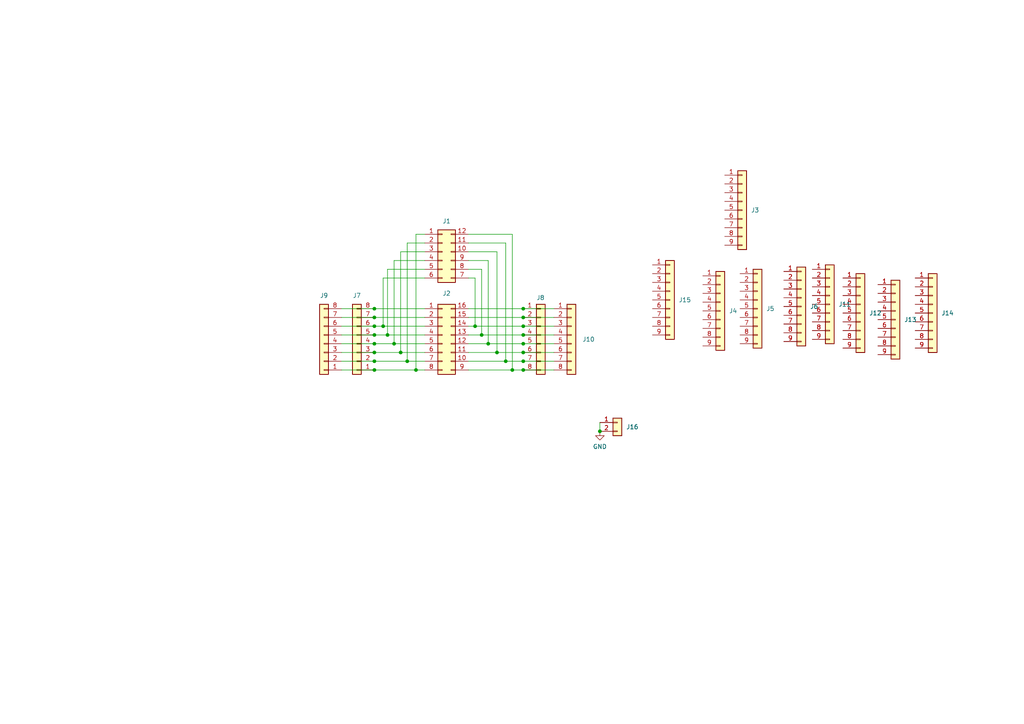
<source format=kicad_sch>
(kicad_sch (version 20211123) (generator eeschema)
  (paper "A4")
  (lib_symbols
    (symbol "Connector_Generic:Conn_01x02" (pin_names (offset 1.016) hide)
      (property "Reference" "J" (at 0 2.54 0))
      (property "Value" "Conn_01x02" (at 0 -5.08 0))
      (symbol "Conn_01x02_1_1"
        (rectangle (start -1.27 -2.413) (end 0 -2.667) (stroke (width 0.1524)))
        (rectangle (start -1.27 0.127) (end 0 -0.127) (stroke (width 0.1524)))
        (rectangle (start -1.27 1.27) (end 1.27 -3.81) (stroke (width 0.254)) (fill (type background)))
        (pin passive line (at -5.08 0 0) (length 3.81) (name "Pin_1") (number "1"))
        (pin passive line (at -5.08 -2.54 0) (length 3.81) (name "Pin_2") (number "2"))
      )
    )
    (symbol "Connector_Generic:Conn_01x08" (pin_names (offset 1.016) hide)
      (property "Reference" "J" (at 0 10.16 0))
      (property "Value" "Conn_01x08" (at 0 -12.7 0))
      (symbol "Conn_01x08_1_1"
        (rectangle (start -1.27 -10.033) (end 0 -10.287) (stroke (width 0.1524)))
        (rectangle (start -1.27 -7.493) (end 0 -7.747) (stroke (width 0.1524)))
        (rectangle (start -1.27 -4.953) (end 0 -5.207) (stroke (width 0.1524)))
        (rectangle (start -1.27 -2.413) (end 0 -2.667) (stroke (width 0.1524)))
        (rectangle (start -1.27 0.127) (end 0 -0.127) (stroke (width 0.1524)))
        (rectangle (start -1.27 2.667) (end 0 2.413) (stroke (width 0.1524)))
        (rectangle (start -1.27 5.207) (end 0 4.953) (stroke (width 0.1524)))
        (rectangle (start -1.27 7.747) (end 0 7.493) (stroke (width 0.1524)))
        (rectangle (start -1.27 8.89) (end 1.27 -11.43) (stroke (width 0.254)) (fill (type background)))
        (pin passive line (at -5.08 7.62 0) (length 3.81) (name "Pin_1") (number "1"))
        (pin passive line (at -5.08 5.08 0) (length 3.81) (name "Pin_2") (number "2"))
        (pin passive line (at -5.08 2.54 0) (length 3.81) (name "Pin_3") (number "3"))
        (pin passive line (at -5.08 0 0) (length 3.81) (name "Pin_4") (number "4"))
        (pin passive line (at -5.08 -2.54 0) (length 3.81) (name "Pin_5") (number "5"))
        (pin passive line (at -5.08 -5.08 0) (length 3.81) (name "Pin_6") (number "6"))
        (pin passive line (at -5.08 -7.62 0) (length 3.81) (name "Pin_7") (number "7"))
        (pin passive line (at -5.08 -10.16 0) (length 3.81) (name "Pin_8") (number "8"))
      )
    )
    (symbol "Connector_Generic:Conn_01x09" (pin_names (offset 1.016) hide)
      (property "Reference" "J" (at 0 12.7 0))
      (property "Value" "Conn_01x09" (at 0 -12.7 0))
      (symbol "Conn_01x09_1_1"
        (rectangle (start -1.27 -10.033) (end 0 -10.287) (stroke (width 0.1524)))
        (rectangle (start -1.27 -7.493) (end 0 -7.747) (stroke (width 0.1524)))
        (rectangle (start -1.27 -4.953) (end 0 -5.207) (stroke (width 0.1524)))
        (rectangle (start -1.27 -2.413) (end 0 -2.667) (stroke (width 0.1524)))
        (rectangle (start -1.27 0.127) (end 0 -0.127) (stroke (width 0.1524)))
        (rectangle (start -1.27 2.667) (end 0 2.413) (stroke (width 0.1524)))
        (rectangle (start -1.27 5.207) (end 0 4.953) (stroke (width 0.1524)))
        (rectangle (start -1.27 7.747) (end 0 7.493) (stroke (width 0.1524)))
        (rectangle (start -1.27 10.287) (end 0 10.033) (stroke (width 0.1524)))
        (rectangle (start -1.27 11.43) (end 1.27 -11.43) (stroke (width 0.254)) (fill (type background)))
        (pin passive line (at -5.08 10.16 0) (length 3.81) (name "Pin_1") (number "1"))
        (pin passive line (at -5.08 7.62 0) (length 3.81) (name "Pin_2") (number "2"))
        (pin passive line (at -5.08 5.08 0) (length 3.81) (name "Pin_3") (number "3"))
        (pin passive line (at -5.08 2.54 0) (length 3.81) (name "Pin_4") (number "4"))
        (pin passive line (at -5.08 0 0) (length 3.81) (name "Pin_5") (number "5"))
        (pin passive line (at -5.08 -2.54 0) (length 3.81) (name "Pin_6") (number "6"))
        (pin passive line (at -5.08 -5.08 0) (length 3.81) (name "Pin_7") (number "7"))
        (pin passive line (at -5.08 -7.62 0) (length 3.81) (name "Pin_8") (number "8"))
        (pin passive line (at -5.08 -10.16 0) (length 3.81) (name "Pin_9") (number "9"))
      )
    )
    (symbol "Connector_Generic:Conn_02x06_Counter_Clockwise" (pin_names (offset 1.016) hide)
      (property "Reference" "J" (at 1.27 7.62 0))
      (property "Value" "Conn_02x06_Counter_Clockwise" (at 1.27 -10.16 0))
      (symbol "Conn_02x06_Counter_Clockwise_1_1"
        (rectangle (start -1.27 -7.493) (end 0 -7.747) (stroke (width 0.1524)))
        (rectangle (start -1.27 -4.953) (end 0 -5.207) (stroke (width 0.1524)))
        (rectangle (start -1.27 -2.413) (end 0 -2.667) (stroke (width 0.1524)))
        (rectangle (start -1.27 0.127) (end 0 -0.127) (stroke (width 0.1524)))
        (rectangle (start -1.27 2.667) (end 0 2.413) (stroke (width 0.1524)))
        (rectangle (start -1.27 5.207) (end 0 4.953) (stroke (width 0.1524)))
        (rectangle (start -1.27 6.35) (end 3.81 -8.89) (stroke (width 0.254)) (fill (type background)))
        (rectangle (start 3.81 -7.493) (end 2.54 -7.747) (stroke (width 0.1524)))
        (rectangle (start 3.81 -4.953) (end 2.54 -5.207) (stroke (width 0.1524)))
        (rectangle (start 3.81 -2.413) (end 2.54 -2.667) (stroke (width 0.1524)))
        (rectangle (start 3.81 0.127) (end 2.54 -0.127) (stroke (width 0.1524)))
        (rectangle (start 3.81 2.667) (end 2.54 2.413) (stroke (width 0.1524)))
        (rectangle (start 3.81 5.207) (end 2.54 4.953) (stroke (width 0.1524)))
        (pin passive line (at -5.08 5.08 0) (length 3.81) (name "Pin_1") (number "1"))
        (pin passive line (at 7.62 0 180) (length 3.81) (name "Pin_10") (number "10"))
        (pin passive line (at 7.62 2.54 180) (length 3.81) (name "Pin_11") (number "11"))
        (pin passive line (at 7.62 5.08 180) (length 3.81) (name "Pin_12") (number "12"))
        (pin passive line (at -5.08 2.54 0) (length 3.81) (name "Pin_2") (number "2"))
        (pin passive line (at -5.08 0 0) (length 3.81) (name "Pin_3") (number "3"))
        (pin passive line (at -5.08 -2.54 0) (length 3.81) (name "Pin_4") (number "4"))
        (pin passive line (at -5.08 -5.08 0) (length 3.81) (name "Pin_5") (number "5"))
        (pin passive line (at -5.08 -7.62 0) (length 3.81) (name "Pin_6") (number "6"))
        (pin passive line (at 7.62 -7.62 180) (length 3.81) (name "Pin_7") (number "7"))
        (pin passive line (at 7.62 -5.08 180) (length 3.81) (name "Pin_8") (number "8"))
        (pin passive line (at 7.62 -2.54 180) (length 3.81) (name "Pin_9") (number "9"))
      )
    )
    (symbol "Connector_Generic:Conn_02x08_Counter_Clockwise" (pin_names (offset 1.016) hide)
      (property "Reference" "J" (at 1.27 10.16 0))
      (property "Value" "Conn_02x08_Counter_Clockwise" (at 1.27 -12.7 0))
      (symbol "Conn_02x08_Counter_Clockwise_1_1"
        (rectangle (start -1.27 -10.033) (end 0 -10.287) (stroke (width 0.1524)))
        (rectangle (start -1.27 -7.493) (end 0 -7.747) (stroke (width 0.1524)))
        (rectangle (start -1.27 -4.953) (end 0 -5.207) (stroke (width 0.1524)))
        (rectangle (start -1.27 -2.413) (end 0 -2.667) (stroke (width 0.1524)))
        (rectangle (start -1.27 0.127) (end 0 -0.127) (stroke (width 0.1524)))
        (rectangle (start -1.27 2.667) (end 0 2.413) (stroke (width 0.1524)))
        (rectangle (start -1.27 5.207) (end 0 4.953) (stroke (width 0.1524)))
        (rectangle (start -1.27 7.747) (end 0 7.493) (stroke (width 0.1524)))
        (rectangle (start -1.27 8.89) (end 3.81 -11.43) (stroke (width 0.254)) (fill (type background)))
        (rectangle (start 3.81 -10.033) (end 2.54 -10.287) (stroke (width 0.1524)))
        (rectangle (start 3.81 -7.493) (end 2.54 -7.747) (stroke (width 0.1524)))
        (rectangle (start 3.81 -4.953) (end 2.54 -5.207) (stroke (width 0.1524)))
        (rectangle (start 3.81 -2.413) (end 2.54 -2.667) (stroke (width 0.1524)))
        (rectangle (start 3.81 0.127) (end 2.54 -0.127) (stroke (width 0.1524)))
        (rectangle (start 3.81 2.667) (end 2.54 2.413) (stroke (width 0.1524)))
        (rectangle (start 3.81 5.207) (end 2.54 4.953) (stroke (width 0.1524)))
        (rectangle (start 3.81 7.747) (end 2.54 7.493) (stroke (width 0.1524)))
        (pin passive line (at -5.08 7.62 0) (length 3.81) (name "Pin_1") (number "1"))
        (pin passive line (at 7.62 -7.62 180) (length 3.81) (name "Pin_10") (number "10"))
        (pin passive line (at 7.62 -5.08 180) (length 3.81) (name "Pin_11") (number "11"))
        (pin passive line (at 7.62 -2.54 180) (length 3.81) (name "Pin_12") (number "12"))
        (pin passive line (at 7.62 0 180) (length 3.81) (name "Pin_13") (number "13"))
        (pin passive line (at 7.62 2.54 180) (length 3.81) (name "Pin_14") (number "14"))
        (pin passive line (at 7.62 5.08 180) (length 3.81) (name "Pin_15") (number "15"))
        (pin passive line (at 7.62 7.62 180) (length 3.81) (name "Pin_16") (number "16"))
        (pin passive line (at -5.08 5.08 0) (length 3.81) (name "Pin_2") (number "2"))
        (pin passive line (at -5.08 2.54 0) (length 3.81) (name "Pin_3") (number "3"))
        (pin passive line (at -5.08 0 0) (length 3.81) (name "Pin_4") (number "4"))
        (pin passive line (at -5.08 -2.54 0) (length 3.81) (name "Pin_5") (number "5"))
        (pin passive line (at -5.08 -5.08 0) (length 3.81) (name "Pin_6") (number "6"))
        (pin passive line (at -5.08 -7.62 0) (length 3.81) (name "Pin_7") (number "7"))
        (pin passive line (at -5.08 -10.16 0) (length 3.81) (name "Pin_8") (number "8"))
        (pin passive line (at 7.62 -10.16 180) (length 3.81) (name "Pin_9") (number "9"))
      )
    )
    (symbol "power:GND" (power) (pin_names (offset 0))
      (property "Value" "GND" (at 0 -3.81 0))
      (symbol "GND_0_1"
        (polyline (pts (xy 0 0) (xy 0 -1.27) (xy 1.27 -1.27) (xy 0 -2.54) (xy -1.27 -1.27) (xy 0 -1.27)))
      )
      (symbol "GND_1_1"
        (pin power_in line (at 0 0 270) (length 0) hide (name "GND") (number "1"))
      )
    )
  )
  (junction (at 108.585 92.075))
  (junction (at 108.585 104.775))
  (junction (at 111.125 94.615))
  (junction (at 108.585 107.315))
  (junction (at 114.3 99.695))
  (junction (at 173.99 125.095))
  (junction (at 108.585 99.695))
  (junction (at 120.65 107.315))
  (junction (at 108.585 94.615))
  (junction (at 151.765 89.535))
  (junction (at 151.765 99.695))
  (junction (at 139.7 97.155))
  (junction (at 137.795 94.615))
  (junction (at 148.59 107.315))
  (junction (at 141.605 99.695))
  (junction (at 151.765 104.775))
  (junction (at 151.765 102.235))
  (junction (at 118.11 104.775))
  (junction (at 144.145 102.235))
  (junction (at 108.585 102.235))
  (junction (at 108.585 89.535))
  (junction (at 151.765 97.155))
  (junction (at 151.765 92.075))
  (junction (at 146.685 104.775))
  (junction (at 116.205 102.235))
  (junction (at 108.585 97.155))
  (junction (at 112.395 97.155))
  (junction (at 151.765 94.615))
  (junction (at 151.765 107.315))
  (wire (pts (xy 108.585 92.075) (xy 123.19 92.075)))
  (wire (pts (xy 116.205 102.235) (xy 123.19 102.235)))
  (wire (pts (xy 108.585 97.155) (xy 112.395 97.155)))
  (wire (pts (xy 137.795 94.615) (xy 135.89 94.615)))
  (wire (pts (xy 160.655 97.155) (xy 151.765 97.155)))
  (wire (pts (xy 111.125 94.615) (xy 123.19 94.615)))
  (wire (pts (xy 111.125 80.645) (xy 111.125 94.615)))
  (wire (pts (xy 108.585 102.235) (xy 116.205 102.235)))
  (wire (pts (xy 99.06 92.075) (xy 108.585 92.075)))
  (wire (pts (xy 148.59 107.315) (xy 135.89 107.315)))
  (wire (pts (xy 99.06 102.235) (xy 108.585 102.235)))
  (wire (pts (xy 144.145 73.025) (xy 144.145 102.235)))
  (wire (pts (xy 141.605 99.695) (xy 135.89 99.695)))
  (wire (pts (xy 99.06 94.615) (xy 108.585 94.615)))
  (wire (pts (xy 151.765 102.235) (xy 144.145 102.235)))
  (wire (pts (xy 116.205 73.025) (xy 116.205 102.235)))
  (wire (pts (xy 141.605 75.565) (xy 141.605 99.695)))
  (wire (pts (xy 135.89 70.485) (xy 146.685 70.485)))
  (wire (pts (xy 135.89 75.565) (xy 141.605 75.565)))
  (wire (pts (xy 114.3 75.565) (xy 114.3 99.695)))
  (wire (pts (xy 137.795 80.645) (xy 137.795 94.615)))
  (wire (pts (xy 151.765 94.615) (xy 137.795 94.615)))
  (wire (pts (xy 151.765 89.535) (xy 135.89 89.535)))
  (wire (pts (xy 160.655 92.075) (xy 151.765 92.075)))
  (wire (pts (xy 108.585 94.615) (xy 111.125 94.615)))
  (wire (pts (xy 160.655 94.615) (xy 151.765 94.615)))
  (wire (pts (xy 144.145 102.235) (xy 135.89 102.235)))
  (wire (pts (xy 135.89 78.105) (xy 139.7 78.105)))
  (wire (pts (xy 148.59 67.945) (xy 148.59 107.315)))
  (wire (pts (xy 139.7 97.155) (xy 135.89 97.155)))
  (wire (pts (xy 160.655 102.235) (xy 151.765 102.235)))
  (wire (pts (xy 120.65 67.945) (xy 120.65 107.315)))
  (wire (pts (xy 173.99 122.555) (xy 173.99 125.095)))
  (wire (pts (xy 108.585 104.775) (xy 118.11 104.775)))
  (wire (pts (xy 99.06 89.535) (xy 108.585 89.535)))
  (wire (pts (xy 160.655 104.775) (xy 151.765 104.775)))
  (wire (pts (xy 151.765 92.075) (xy 135.89 92.075)))
  (wire (pts (xy 151.765 97.155) (xy 139.7 97.155)))
  (wire (pts (xy 123.19 80.645) (xy 111.125 80.645)))
  (wire (pts (xy 99.06 107.315) (xy 108.585 107.315)))
  (wire (pts (xy 160.655 107.315) (xy 151.765 107.315)))
  (wire (pts (xy 123.19 73.025) (xy 116.205 73.025)))
  (wire (pts (xy 99.06 99.695) (xy 108.585 99.695)))
  (wire (pts (xy 118.11 104.775) (xy 123.19 104.775)))
  (wire (pts (xy 123.19 75.565) (xy 114.3 75.565)))
  (wire (pts (xy 99.06 97.155) (xy 108.585 97.155)))
  (wire (pts (xy 160.655 99.695) (xy 151.765 99.695)))
  (wire (pts (xy 118.11 70.485) (xy 118.11 104.775)))
  (wire (pts (xy 135.89 73.025) (xy 144.145 73.025)))
  (wire (pts (xy 112.395 97.155) (xy 123.19 97.155)))
  (wire (pts (xy 108.585 107.315) (xy 120.65 107.315)))
  (wire (pts (xy 146.685 70.485) (xy 146.685 104.775)))
  (wire (pts (xy 123.19 67.945) (xy 120.65 67.945)))
  (wire (pts (xy 114.3 99.695) (xy 123.19 99.695)))
  (wire (pts (xy 151.765 99.695) (xy 141.605 99.695)))
  (wire (pts (xy 99.06 104.775) (xy 108.585 104.775)))
  (wire (pts (xy 135.89 80.645) (xy 137.795 80.645)))
  (wire (pts (xy 112.395 78.105) (xy 112.395 97.155)))
  (wire (pts (xy 151.765 107.315) (xy 148.59 107.315)))
  (wire (pts (xy 120.65 107.315) (xy 123.19 107.315)))
  (wire (pts (xy 108.585 99.695) (xy 114.3 99.695)))
  (wire (pts (xy 123.19 70.485) (xy 118.11 70.485)))
  (wire (pts (xy 108.585 89.535) (xy 123.19 89.535)))
  (wire (pts (xy 151.765 104.775) (xy 146.685 104.775)))
  (wire (pts (xy 139.7 78.105) (xy 139.7 97.155)))
  (wire (pts (xy 135.89 67.945) (xy 148.59 67.945)))
  (wire (pts (xy 160.655 89.535) (xy 151.765 89.535)))
  (wire (pts (xy 146.685 104.775) (xy 135.89 104.775)))
  (wire (pts (xy 123.19 78.105) (xy 112.395 78.105)))
  (symbol (lib_id "Connector_Generic:Conn_01x02") (at 179.07 122.555 0) (unit 1)
    (property "Reference" "J16" (at 181.61 123.8249 0) (effects (justify left)))
    (property "Value" "Conn_01x02" (effects hide))
    (property "Footprint" "A_Personal:Stripboard_1x02_P2.54mm_Vertical" (effects hide))
  )
  (symbol (lib_id "Connector_Generic:Conn_02x06_Counter_Clockwise") (at 128.27 73.025 0) (unit 1)
    (property "Reference" "J1" (at 129.54 64.135 0))
    (property "Value" "Conn_02x06_Counter_Clockwise" (effects hide))
    (property "Footprint" "Package_SO:MSOP-12_3x4mm_P0.65mm" (effects hide))
  )
  (symbol (lib_id "Connector_Generic:Conn_01x08") (at 103.505 99.695 180) (unit 1)
    (property "Reference" "J7" (at 103.505 85.725 0))
    (property "Value" "Conn_01x08" (effects hide))
    (property "Footprint" "Connector_PinHeader_2.54mm:PinHeader_1x08_P2.54mm_Vertical" (effects hide))
  )
  (symbol (lib_id "Connector_Generic:Conn_01x08") (at 93.98 99.695 180) (unit 1)
    (property "Reference" "J9" (at 93.98 85.725 0))
    (property "Value" "Conn_01x08" (effects hide))
    (property "Footprint" "Connector_PinHeader_2.54mm:PinHeader_1x08_P2.54mm_Vertical" (effects hide))
  )
  (symbol (lib_id "Connector_Generic:Conn_01x09") (at 208.915 90.17 0) (unit 1)
    (property "Reference" "J4" (at 211.455 90.1699 0) (effects (justify left)))
    (property "Value" "Conn_01x09" (effects hide))
    (property "Footprint" "A_Personal:Stripboard_1x09_P2.54mm_Vertical" (effects hide))
  )
  (symbol (lib_id "power:GND") (at 173.99 125.095 0) (unit 1)
    (property "Reference" "#PWR0101" (effects hide))
    (property "Value" "GND" (at 173.99 129.54 0))
  )
  (symbol (lib_id "Connector_Generic:Conn_01x09") (at 194.31 86.995 0) (unit 1)
    (property "Reference" "J15" (at 196.85 86.9949 0) (effects (justify left)))
    (property "Value" "Conn_01x09" (effects hide))
    (property "Footprint" "A_Personal:Stripboard_1x09_P2.54mm_Vertical" (effects hide))
  )
  (symbol (lib_id "Connector_Generic:Conn_01x08") (at 156.845 97.155 0) (unit 1)
    (property "Reference" "J8" (at 155.575 86.36 0) (effects (justify left)))
    (property "Value" "Conn_01x08" (effects hide))
    (property "Footprint" "Connector_PinHeader_2.54mm:PinHeader_1x08_P2.54mm_Vertical" (effects hide))
  )
  (symbol (lib_id "Connector_Generic:Conn_01x09") (at 232.41 88.9 0) (unit 1)
    (property "Reference" "J6" (at 234.95 88.8999 0) (effects (justify left)))
    (property "Value" "Conn_01x09" (effects hide))
    (property "Footprint" "A_Personal:Stripboard_1x09_P2.54mm_Vertical" (effects hide))
  )
  (symbol (lib_id "Connector_Generic:Conn_01x09") (at 215.265 60.96 0) (unit 1)
    (property "Reference" "J3" (at 217.805 60.9599 0) (effects (justify left)))
    (property "Value" "Conn_01x09" (effects hide))
    (property "Footprint" "A_Personal:Stripboard_1x09_P2.54mm_Vertical" (effects hide))
  )
  (symbol (lib_id "Connector_Generic:Conn_01x08") (at 165.735 97.155 0) (unit 1)
    (property "Reference" "J10" (at 168.91 98.4249 0) (effects (justify left)))
    (property "Value" "Conn_01x08" (effects hide))
    (property "Footprint" "Connector_PinHeader_2.54mm:PinHeader_1x08_P2.54mm_Vertical" (effects hide))
  )
  (symbol (lib_id "Connector_Generic:Conn_01x09") (at 219.71 89.535 0) (unit 1)
    (property "Reference" "J5" (at 222.25 89.5349 0) (effects (justify left)))
    (property "Value" "Conn_01x09" (effects hide))
    (property "Footprint" "A_Personal:Stripboard_1x09_P2.54mm_Vertical" (effects hide))
  )
  (symbol (lib_id "Connector_Generic:Conn_01x09") (at 240.665 88.265 0) (unit 1)
    (property "Reference" "J11" (at 243.205 88.2649 0) (effects (justify left)))
    (property "Value" "Conn_01x09" (effects hide))
    (property "Footprint" "A_Personal:Stripboard_1x09_P2.54mm_Vertical" (effects hide))
  )
  (symbol (lib_id "Connector_Generic:Conn_01x09") (at 259.715 92.71 0) (unit 1)
    (property "Reference" "J13" (at 262.255 92.7099 0) (effects (justify left)))
    (property "Value" "Conn_01x09" (effects hide))
    (property "Footprint" "A_Personal:Stripboard_1x09_P2.54mm_Vertical" (effects hide))
  )
  (symbol (lib_id "Connector_Generic:Conn_01x09") (at 249.555 90.805 0) (unit 1)
    (property "Reference" "J12" (at 252.095 90.8049 0) (effects (justify left)))
    (property "Value" "Conn_01x09" (effects hide))
    (property "Footprint" "A_Personal:Stripboard_1x09_P2.54mm_Vertical" (effects hide))
  )
  (symbol (lib_id "Connector_Generic:Conn_01x09") (at 270.51 90.805 0) (unit 1)
    (property "Reference" "J14" (at 273.05 90.8049 0) (effects (justify left)))
    (property "Value" "Conn_01x09" (effects hide))
    (property "Footprint" "A_Personal:Stripboard_1x09_P2.54mm_Vertical" (effects hide))
  )
  (symbol (lib_id "Connector_Generic:Conn_02x08_Counter_Clockwise") (at 128.27 97.155 0) (unit 1)
    (property "Reference" "J2" (at 129.54 85.09 0))
    (property "Value" "Conn_02x08_Counter_Clockwise" (effects hide))
    (property "Footprint" "Package_SO:MSOP-16_3x4mm_P0.5mm" (effects hide))
  )
)
</source>
